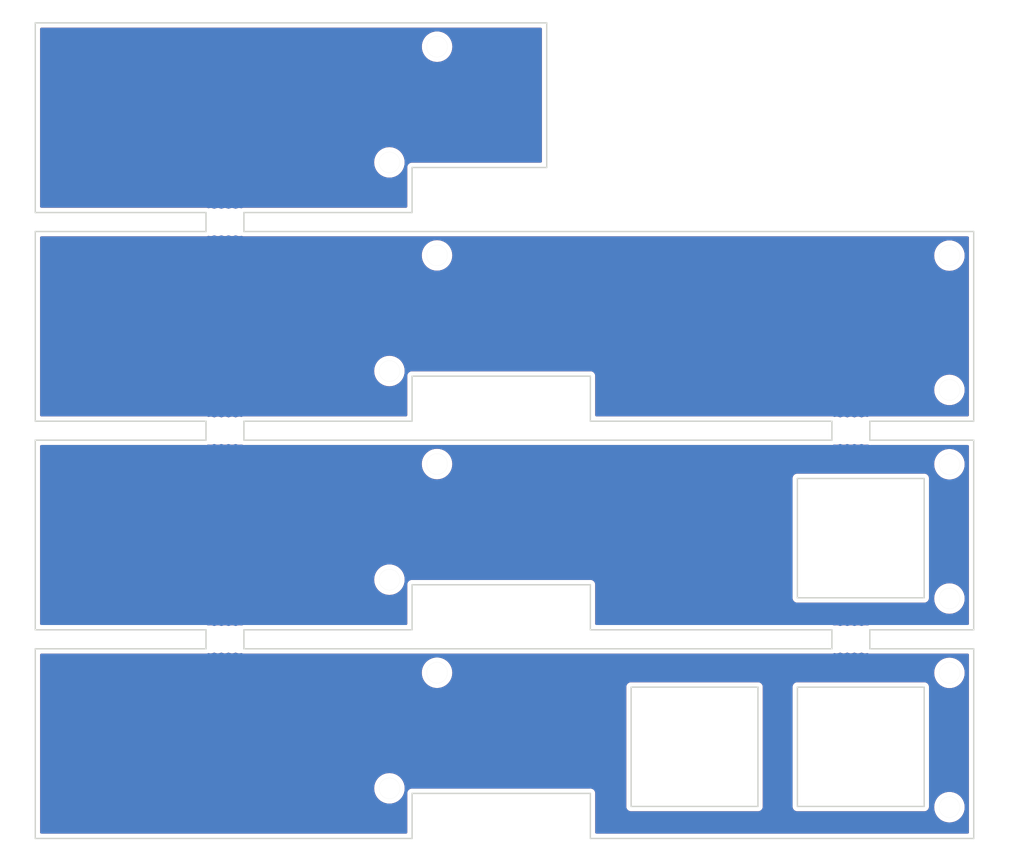
<source format=kicad_pcb>
(kicad_pcb (version 20211014) (generator pcbnew)
  (layers (0 "F.Cu" signal) (31 "B.Cu" signal) (34 "B.Paste" user) (35 "F.Paste" user) (36 "B.SilkS" user "B.Silkscreen") (37 "F.SilkS" user "F.Silkscreen") (38 "B.Mask" user) (39 "F.Mask" user) (44 "Edge.Cuts" user))
  (net 0 "")
  (footprint "kbd_Hole:m2_Screw_Hole_EdgeCuts" (layer "F.Cu") (at 113.768546 78.554025)
    (fp_text reference "Ref**" hide)
    (fp_text value "Val**" hide)
    (fp_circle (center 0 0) (end 1.1 0) (layer "Edge.Cuts") (width 0.01) (fill none))
  )
  (footprint "kbd_Hole:m2_Screw_Hole_EdgeCuts" (layer "F.Cu") (at 54.718135 54.56343)
    (fp_text reference "Ref**" hide)
    (fp_text value "Val**" hide)
    (fp_circle (center 0 0) (end 1.1 0) (layer "Edge.Cuts") (width 0.01) (fill none))
  )
  (footprint "kbd_Hole:Mouse_Bite_Hole" (layer "F.Cu") (at 37.726826 39.578698)
    (fp_text reference "Ref**")
    (fp_text value "Val**")
    (pad "" np_thru_hole circle (at 1.15 0) (size 0.5 0.5) (drill 0.5) (layers *.Cu *.Mask))
    (pad "" np_thru_hole circle (at -1.1 0) (size 0.5 0.5) (drill 0.5) (layers *.Cu *.Mask))
    (pad "" np_thru_hole circle (at -1.85 0) (size 0.5 0.5) (drill 0.5) (layers *.Cu *.Mask))
    (pad "" np_thru_hole circle (at 0.4 0) (size 0.5 0.5) (drill 0.5) (layers *.Cu *.Mask))
    (pad "" np_thru_hole circle (at -0.35 0) (size 0.5 0.5) (drill 0.5) (layers *.Cu *.Mask))
  )
  (footprint "kbd_Hole:Mouse_Bite_Hole" (layer "F.Cu") (at 103.726826 60.128698)
    (fp_text reference "Ref**")
    (fp_text value "Val**")
    (pad "" np_thru_hole circle (at -0.35 0) (size 0.5 0.5) (drill 0.5) (layers *.Cu *.Mask))
    (pad "" np_thru_hole circle (at -1.1 0) (size 0.5 0.5) (drill 0.5) (layers *.Cu *.Mask))
    (pad "" np_thru_hole circle (at 1.15 0) (size 0.5 0.5) (drill 0.5) (layers *.Cu *.Mask))
    (pad "" np_thru_hole circle (at -1.85 0) (size 0.5 0.5) (drill 0.5) (layers *.Cu *.Mask))
    (pad "" np_thru_hole circle (at 0.4 0) (size 0.5 0.5) (drill 0.5) (layers *.Cu *.Mask))
  )
  (footprint "kbd_Hole:m2_Screw_Hole_EdgeCuts" (layer "F.Cu") (at 113.769423 100.554729)
    (fp_text reference "Ref**" hide)
    (fp_text value "Val**" hide)
    (fp_circle (center 0 0) (end 1.1 0) (layer "Edge.Cuts") (width 0.01) (fill none))
  )
  (footprint "kbd_Hole:m2_Screw_Hole_EdgeCuts" (layer "F.Cu") (at 59.744513 20.363693)
    (fp_text reference "Ref**" hide)
    (fp_text value "Val**" hide)
    (fp_circle (center 0 0) (end 1.1 0) (layer "Edge.Cuts") (width 0.01) (fill none))
  )
  (footprint "kbd_Hole:Mouse_Bite_Hole" (layer "F.Cu") (at 37.726826 83.578698)
    (fp_text reference "Ref**")
    (fp_text value "Val**")
    (pad "" np_thru_hole circle (at 0.4 0) (size 0.5 0.5) (drill 0.5) (layers *.Cu *.Mask))
    (pad "" np_thru_hole circle (at 1.15 0) (size 0.5 0.5) (drill 0.5) (layers *.Cu *.Mask))
    (pad "" np_thru_hole circle (at -1.1 0) (size 0.5 0.5) (drill 0.5) (layers *.Cu *.Mask))
    (pad "" np_thru_hole circle (at -1.85 0) (size 0.5 0.5) (drill 0.5) (layers *.Cu *.Mask))
    (pad "" np_thru_hole circle (at -0.35 0) (size 0.5 0.5) (drill 0.5) (layers *.Cu *.Mask))
  )
  (footprint "kbd_Hole:m2_Screw_Hole_EdgeCuts" (layer "F.Cu") (at 54.719017 98.568941)
    (fp_text reference "Ref**" hide)
    (fp_text value "Val**" hide)
    (fp_circle (center 0 0) (end 1.1 0) (layer "Edge.Cuts") (width 0.01) (fill none))
  )
  (footprint "kbd_Hole:Mouse_Bite_Hole" (layer "F.Cu") (at 103.726826 61.578698)
    (fp_text reference "Ref**")
    (fp_text value "Val**")
    (pad "" np_thru_hole circle (at -1.1 0) (size 0.5 0.5) (drill 0.5) (layers *.Cu *.Mask))
    (pad "" np_thru_hole circle (at 1.15 0) (size 0.5 0.5) (drill 0.5) (layers *.Cu *.Mask))
    (pad "" np_thru_hole circle (at 0.4 0) (size 0.5 0.5) (drill 0.5) (layers *.Cu *.Mask))
    (pad "" np_thru_hole circle (at -1.85 0) (size 0.5 0.5) (drill 0.5) (layers *.Cu *.Mask))
    (pad "" np_thru_hole circle (at -0.35 0) (size 0.5 0.5) (drill 0.5) (layers *.Cu *.Mask))
  )
  (footprint "kbd_Hole:Mouse_Bite_Hole" (layer "F.Cu") (at 37.726826 60.128698)
    (fp_text reference "Ref**")
    (fp_text value "Val**")
    (pad "" np_thru_hole circle (at -0.35 0) (size 0.5 0.5) (drill 0.5) (layers *.Cu *.Mask))
    (pad "" np_thru_hole circle (at 0.4 0) (size 0.5 0.5) (drill 0.5) (layers *.Cu *.Mask))
    (pad "" np_thru_hole circle (at -1.1 0) (size 0.5 0.5) (drill 0.5) (layers *.Cu *.Mask))
    (pad "" np_thru_hole circle (at -1.85 0) (size 0.5 0.5) (drill 0.5) (layers *.Cu *.Mask))
    (pad "" np_thru_hole circle (at 1.15 0) (size 0.5 0.5) (drill 0.5) (layers *.Cu *.Mask))
  )
  (footprint "kbd_Hole:Mouse_Bite_Hole" (layer "F.Cu") (at 37.726826 82.128698)
    (fp_text reference "Ref**")
    (fp_text value "Val**")
    (pad "" np_thru_hole circle (at -0.35 0) (size 0.5 0.5) (drill 0.5) (layers *.Cu *.Mask))
    (pad "" np_thru_hole circle (at 1.15 0) (size 0.5 0.5) (drill 0.5) (layers *.Cu *.Mask))
    (pad "" np_thru_hole circle (at 0.4 0) (size 0.5 0.5) (drill 0.5) (layers *.Cu *.Mask))
    (pad "" np_thru_hole circle (at -1.85 0) (size 0.5 0.5) (drill 0.5) (layers *.Cu *.Mask))
    (pad "" np_thru_hole circle (at -1.1 0) (size 0.5 0.5) (drill 0.5) (layers *.Cu *.Mask))
  )
  (footprint "kbd_Hole:m2_Screw_Hole_EdgeCuts" (layer "F.Cu") (at 59.739395 86.378891)
    (fp_text reference "Ref**" hide)
    (fp_text value "Val**" hide)
    (fp_circle (center 0 0) (end 1.1 0) (layer "Edge.Cuts") (width 0.01) (fill none))
  )
  (footprint "kbd_Hole:m2_Screw_Hole_EdgeCuts" (layer "F.Cu") (at 54.718135 76.563467)
    (fp_text reference "Ref**" hide)
    (fp_text value "Val**" hide)
    (fp_circle (center 0 0) (end 1.1 0) (layer "Edge.Cuts") (width 0.01) (fill none))
  )
  (footprint "kbd_Hole:m2_Screw_Hole_EdgeCuts" (layer "F.Cu") (at 113.769423 86.394055)
    (fp_text reference "Ref**" hide)
    (fp_text value "Val**" hide)
    (fp_circle (center 0 0) (end 1.1 0) (layer "Edge.Cuts") (width 0.01) (fill none))
  )
  (footprint "kbd_Hole:Mouse_Bite_Hole" (layer "F.Cu") (at 37.726826 61.578698)
    (fp_text reference "Ref**")
    (fp_text value "Val**")
    (pad "" np_thru_hole circle (at 1.15 0) (size 0.5 0.5) (drill 0.5) (layers *.Cu *.Mask))
    (pad "" np_thru_hole circle (at 0.4 0) (size 0.5 0.5) (drill 0.5) (layers *.Cu *.Mask))
    (pad "" np_thru_hole circle (at -0.35 0) (size 0.5 0.5) (drill 0.5) (layers *.Cu *.Mask))
    (pad "" np_thru_hole circle (at -1.85 0) (size 0.5 0.5) (drill 0.5) (layers *.Cu *.Mask))
    (pad "" np_thru_hole circle (at -1.1 0) (size 0.5 0.5) (drill 0.5) (layers *.Cu *.Mask))
  )
  (footprint "kbd_Hole:m2_Screw_Hole_EdgeCuts" (layer "F.Cu") (at 59.738516 42.373381)
    (fp_text reference "Ref**" hide)
    (fp_text value "Val**" hide)
    (fp_circle (center 0 0) (end 1.1 0) (layer "Edge.Cuts") (width 0.01) (fill none))
  )
  (footprint "kbd_Hole:m2_Screw_Hole_EdgeCuts" (layer "F.Cu") (at 113.768546 42.394011)
    (fp_text reference "Ref**" hide)
    (fp_text value "Val**" hide)
    (fp_circle (center 0 0) (end 1.1 0) (layer "Edge.Cuts") (width 0.01) (fill none))
  )
  (footprint "kbd_Hole:m2_Screw_Hole_EdgeCuts" (layer "F.Cu") (at 54.714611 32.564155)
    (fp_text reference "Ref**" hide)
    (fp_text value "Val**" hide)
    (fp_circle (center 0 0) (end 1.1 0) (layer "Edge.Cuts") (width 0.01) (fill none))
  )
  (footprint "kbd_Hole:Mouse_Bite_Hole" (layer "F.Cu") (at 37.726826 38.128698)
    (fp_text reference "Ref**")
    (fp_text value "Val**")
    (pad "" np_thru_hole circle (at -1.1 0) (size 0.5 0.5) (drill 0.5) (layers *.Cu *.Mask))
    (pad "" np_thru_hole circle (at 1.15 0) (size 0.5 0.5) (drill 0.5) (layers *.Cu *.Mask))
    (pad "" np_thru_hole circle (at 0.4 0) (size 0.5 0.5) (drill 0.5) (layers *.Cu *.Mask))
    (pad "" np_thru_hole circle (at -0.35 0) (size 0.5 0.5) (drill 0.5) (layers *.Cu *.Mask))
    (pad "" np_thru_hole circle (at -1.85 0) (size 0.5 0.5) (drill 0.5) (layers *.Cu *.Mask))
  )
  (footprint "kbd_Hole:m2_Screw_Hole_EdgeCuts" (layer "F.Cu") (at 59.738516 64.373409)
    (fp_text reference "Ref**" hide)
    (fp_text value "Val**" hide)
    (fp_circle (center 0 0) (end 1.1 0) (layer "Edge.Cuts") (width 0.01) (fill none))
  )
  (footprint "kbd_Hole:m2_Screw_Hole_EdgeCuts" (layer "F.Cu") (at 113.768546 64.394031)
    (fp_text reference "Ref**" hide)
    (fp_text value "Val**" hide)
    (fp_circle (center 0 0) (end 1.1 0) (layer "Edge.Cuts") (width 0.01) (fill none))
  )
  (footprint "kbd_Hole:m2_Screw_Hole_EdgeCuts" (layer "F.Cu") (at 113.768546 56.553984)
    (fp_text reference "Ref**" hide)
    (fp_text value "Val**" hide)
    (fp_circle (center 0 0) (end 1.1 0) (layer "Edge.Cuts") (width 0.01) (fill none))
  )
  (footprint "kbd_Hole:Mouse_Bite_Hole" (layer "F.Cu") (at 103.726826 83.578698)
    (fp_text reference "Ref**")
    (fp_text value "Val**")
    (pad "" np_thru_hole circle (at -1.85 0) (size 0.5 0.5) (drill 0.5) (layers *.Cu *.Mask))
    (pad "" np_thru_hole circle (at 1.15 0) (size 0.5 0.5) (drill 0.5) (layers *.Cu *.Mask))
    (pad "" np_thru_hole circle (at -0.35 0) (size 0.5 0.5) (drill 0.5) (layers *.Cu *.Mask))
    (pad "" np_thru_hole circle (at 0.4 0) (size 0.5 0.5) (drill 0.5) (layers *.Cu *.Mask))
    (pad "" np_thru_hole circle (at -1.1 0) (size 0.5 0.5) (drill 0.5) (layers *.Cu *.Mask))
  )
  (footprint "kbd_Hole:Mouse_Bite_Hole" (layer "F.Cu") (at 103.726826 82.128698)
    (fp_text reference "Ref**")
    (fp_text value "Val**")
    (pad "" np_thru_hole circle (at 0.4 0) (size 0.5 0.5) (drill 0.5) (layers *.Cu *.Mask))
    (pad "" np_thru_hole circle (at -0.35 0) (size 0.5 0.5) (drill 0.5) (layers *.Cu *.Mask))
    (pad "" np_thru_hole circle (at 1.15 0) (size 0.5 0.5) (drill 0.5) (layers *.Cu *.Mask))
    (pad "" np_thru_hole circle (at -1.1 0) (size 0.5 0.5) (drill 0.5) (layers *.Cu *.Mask))
    (pad "" np_thru_hole circle (at -1.85 0) (size 0.5 0.5) (drill 0.5) (layers *.Cu *.Mask))
  )
  (gr_line (start 111.103663 65.895458) (end 97.735507 65.895458) (layer "Edge.Cuts") (width 0.150001))
  (gr_line (start 17.376826 59.853698) (end 17.376826 39.853667) (layer "Edge.Cuts") (width 0.150001))
  (gr_line (start 75.907729 59.851928) (end 75.907729 55.10073) (layer "Edge.Cuts") (width 0.150001))
  (gr_line (start 17.375062 17.853668) (end 71.303275 17.853668) (layer "Edge.Cuts") (width 0.150001))
  (gr_line (start 57.089156 59.853698) (end 39.376826 59.853698) (layer "Edge.Cuts") (width 0.150001))
  (gr_line (start 105.376826 61.853698) (end 116.326892 61.853698) (layer "Edge.Cuts") (width 0.150001))
  (gr_line (start 57.107852 55.103187) (end 57.107852 59.853698) (layer "Edge.Cuts") (width 0.150001))
  (gr_line (start 39.376826 81.853382) (end 39.376826 83.853698) (layer "Edge.Cuts") (width 0.150001))
  (gr_line (start 35.376826 81.853382) (end 17.376826 81.853382) (layer "Edge.Cuts") (width 0.150001))
  (gr_line (start 39.376826 39.853667) (end 116.326892 39.853667) (layer "Edge.Cuts") (width 0.150001))
  (gr_line (start 75.907729 81.851604) (end 75.907729 77.100391) (layer "Edge.Cuts") (width 0.150001))
  (gr_line (start 97.735507 65.895458) (end 97.735507 78.475502) (layer "Edge.Cuts") (width 0.150001))
  (gr_line (start 80.205622 100.47552) (end 93.57696 100.47552) (layer "Edge.Cuts") (width 0.150001))
  (gr_line (start 57.109614 99.102864) (end 57.109614 103.853381) (layer "Edge.Cuts") (width 0.150001))
  (gr_line (start 35.376826 37.853698) (end 17.376826 37.853698) (layer "Edge.Cuts") (width 0.150001))
  (gr_line (start 39.376826 61.853698) (end 101.376826 61.853698) (layer "Edge.Cuts") (width 0.150001))
  (gr_line (start 57.089156 37.853698) (end 39.376826 37.853698) (layer "Edge.Cuts") (width 0.150001))
  (gr_line (start 97.737269 100.47552) (end 111.105425 100.47552) (layer "Edge.Cuts") (width 0.150001))
  (gr_line (start 105.376826 81.853698) (end 105.376826 83.853698) (layer "Edge.Cuts") (width 0.150001))
  (gr_line (start 57.089156 81.853382) (end 39.376826 81.853382) (layer "Edge.Cuts") (width 0.150001))
  (gr_line (start 17.376826 39.853667) (end 35.376826 39.853698) (layer "Edge.Cuts") (width 0.150001))
  (gr_line (start 101.376826 59.853698) (end 75.907729 59.853698) (layer "Edge.Cuts") (width 0.150001))
  (gr_line (start 105.376826 83.853698) (end 116.328654 83.853698) (layer "Edge.Cuts") (width 0.150001))
  (gr_line (start 39.376826 37.853698) (end 39.376826 39.853667) (layer "Edge.Cuts") (width 0.150001))
  (gr_line (start 97.735507 78.475521) (end 111.103663 78.475521) (layer "Edge.Cuts") (width 0.150001))
  (gr_line (start 71.303275 17.853668) (end 71.303275 33.103195) (layer "Edge.Cuts") (width 0.150001))
  (gr_line (start 101.376826 81.853382) (end 101.376826 83.853698) (layer "Edge.Cuts") (width 0.150001))
  (gr_line (start 116.326892 39.853667) (end 116.326892 59.853698) (layer "Edge.Cuts") (width 0.150001))
  (gr_line (start 35.376826 59.853698) (end 35.376826 61.853698) (layer "Edge.Cuts") (width 0.150001))
  (gr_line (start 80.205622 87.895489) (end 80.205622 100.47552) (layer "Edge.Cuts") (width 0.150001))
  (gr_line (start 75.907729 77.102863) (end 57.107852 77.102863) (layer "Edge.Cuts") (width 0.150001))
  (gr_line (start 101.376826 59.853698) (end 101.376826 61.853698) (layer "Edge.Cuts") (width 0.150001))
  (gr_line (start 35.376826 81.853382) (end 35.376826 83.853698) (layer "Edge.Cuts") (width 0.150001))
  (gr_line (start 35.376826 59.853698) (end 17.376826 59.853698) (layer "Edge.Cuts") (width 0.150001))
  (gr_line (start 57.090918 103.853381) (end 17.378588 103.853381) (layer "Edge.Cuts") (width 0.150001))
  (gr_line (start 17.376826 81.853382) (end 17.376826 61.853698) (layer "Edge.Cuts") (width 0.150001))
  (gr_line (start 105.376826 59.853698) (end 105.376826 61.853698) (layer "Edge.Cuts") (width 0.150001))
  (gr_line (start 75.909491 103.851605) (end 75.909491 99.100394) (layer "Edge.Cuts") (width 0.150001))
  (gr_line (start 71.303275 33.103195) (end 57.107852 33.103195) (layer "Edge.Cuts") (width 0.150001))
  (gr_line (start 75.909491 99.102864) (end 57.109614 99.102864) (layer "Edge.Cuts") (width 0.150001))
  (gr_line (start 101.376826 81.853382) (end 75.907729 81.853382) (layer "Edge.Cuts") (width 0.150001))
  (gr_line (start 17.378588 103.853381) (end 17.378588 83.853698) (layer "Edge.Cuts") (width 0.150001))
  (gr_line (start 116.326892 61.853698) (end 116.326892 81.853382) (layer "Edge.Cuts") (width 0.150001))
  (gr_line (start 39.376826 59.853698) (end 39.376826 61.853698) (layer "Edge.Cuts") (width 0.150001))
  (gr_line (start 17.378588 83.853698) (end 35.376826 83.853698) (layer "Edge.Cuts") (width 0.150001))
  (gr_line (start 39.376826 83.853698) (end 101.376826 83.853698) (layer "Edge.Cuts") (width 0.150001))
  (gr_line (start 111.105425 100.47552) (end 111.105425 87.895489) (layer "Edge.Cuts") (width 0.150001))
  (gr_line (start 116.328654 83.853698) (end 116.328654 103.853381) (layer "Edge.Cuts") (width 0.150001))
  (gr_line (start 17.376826 37.853698) (end 17.376826 17.853668) (layer "Edge.Cuts") (width 0.150001))
  (gr_line (start 17.376826 61.853698) (end 35.376826 61.853698) (layer "Edge.Cuts") (width 0.150001))
  (gr_line (start 93.57696 100.474129) (end 93.57696 87.894084) (layer "Edge.Cuts") (width 0.150001))
  (gr_line (start 93.57696 87.894068) (end 80.207384 87.894068) (layer "Edge.Cuts") (width 0.150001))
  (gr_line (start 35.376826 37.853698) (end 35.376826 39.853698) (layer "Edge.Cuts") (width 0.150001))
  (gr_line (start 97.737269 87.895489) (end 97.737269 100.47552) (layer "Edge.Cuts") (width 0.150001))
  (gr_line (start 116.326892 81.853382) (end 105.376826 81.853698) (layer "Edge.Cuts") (width 0.150001))
  (gr_line (start 111.105425 87.895489) (end 97.737269 87.895489) (layer "Edge.Cuts") (width 0.150001))
  (gr_line (start 111.103663 78.475521) (end 111.103663 65.895473) (layer "Edge.Cuts") (width 0.150001))
  (gr_line (start 116.328654 103.853381) (end 75.909491 103.853381) (layer "Edge.Cuts") (width 0.150001))
  (gr_line (start 116.326892 59.853698) (end 105.376826 59.853698) (layer "Edge.Cuts") (width 0.150001))
  (gr_line (start 75.907729 55.103187) (end 57.107852 55.103187) (layer "Edge.Cuts") (width 0.150001))
  (gr_line (start 57.107852 33.103195) (end 57.107852 37.853698) (layer "Edge.Cuts") (width 0.150001))
  (gr_line (start 57.107852 77.102863) (end 57.107852 81.853382) (layer "Edge.Cuts") (width 0.150001))
  (zone (net 0) (net_name "") (layers F&B.Cu) (connect_pads (clearance 0.508)) (min_thickness 0.254) (fill yes (thermal_gap 0.508) (thermal_bridge_width 0.508))
    (polygon (pts (xy 121.655989 106.441167) (xy 14.655989 106.441167) (xy 13.655989 15.441167) (xy 119.655989 15.441167)))
  )
)
</source>
